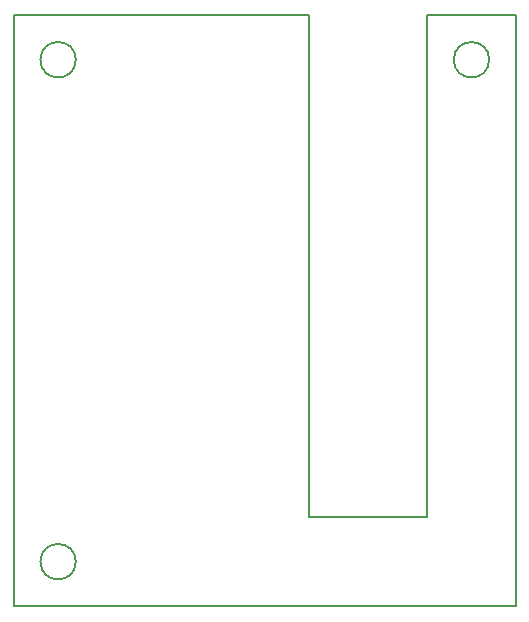
<source format=gbr>
%TF.GenerationSoftware,KiCad,Pcbnew,5.1.10*%
%TF.CreationDate,2021-12-13T06:59:12-07:00*%
%TF.ProjectId,L0004-Photogate,4c303030-342d-4506-986f-746f67617465,rev?*%
%TF.SameCoordinates,Original*%
%TF.FileFunction,Profile,NP*%
%FSLAX46Y46*%
G04 Gerber Fmt 4.6, Leading zero omitted, Abs format (unit mm)*
G04 Created by KiCad (PCBNEW 5.1.10) date 2021-12-13 06:59:12*
%MOMM*%
%LPD*%
G01*
G04 APERTURE LIST*
%TA.AperFunction,Profile*%
%ADD10C,0.200000*%
%TD*%
G04 APERTURE END LIST*
D10*
X130249999Y-109590433D02*
X120249999Y-109590433D01*
X100500000Y-113340434D02*
G75*
G03*
X100500000Y-113340434I-1500000J0D01*
G01*
X130249999Y-67090434D02*
X137750000Y-67090434D01*
X137750000Y-117090434D02*
X95250000Y-117090434D01*
X130249999Y-67090434D02*
X130249999Y-109590433D01*
X137750000Y-67090434D02*
X137750000Y-117090434D01*
X95250000Y-67090434D02*
X120249999Y-67090434D01*
X135500000Y-70840434D02*
G75*
G03*
X135500000Y-70840434I-1500000J0D01*
G01*
X95250000Y-67090434D02*
X95250000Y-117090434D01*
X100500000Y-70840434D02*
G75*
G03*
X100500000Y-70840434I-1500000J0D01*
G01*
X120249999Y-67090434D02*
X120249999Y-109590433D01*
M02*

</source>
